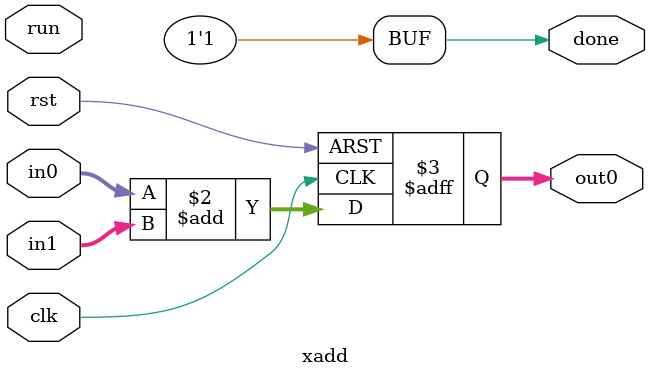
<source format=v>
`timescale 1ns / 1ps
`include "xversat.vh"

module xadd #(
         parameter DATA_W = 32
              )
    (
    //control
    input                         clk,
    input                         rst,
    
    input                         run,
    output                        done,

    //input / output data
    input [DATA_W-1:0]            in0,
    input [DATA_W-1:0]            in1,

    output reg [DATA_W-1:0]       out0
    );

assign done = 1'b1;

always @(posedge clk,posedge rst)
begin
   if(rst)
      out0 <= 0;
   else
      out0 <= in0 + in1;
end

endmodule
</source>
